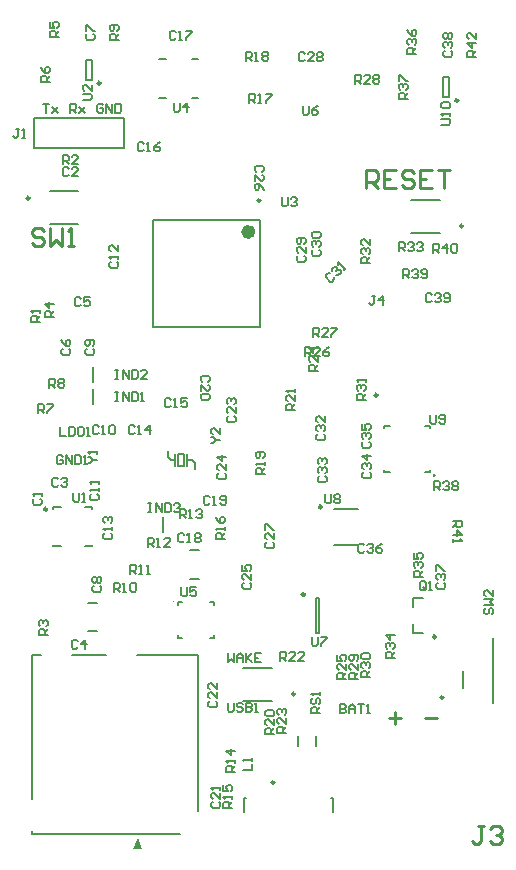
<source format=gto>
G04*
G04 #@! TF.GenerationSoftware,Altium Limited,Altium Designer,18.1.9 (240)*
G04*
G04 Layer_Color=65535*
%FSLAX25Y25*%
%MOIN*%
G70*
G01*
G75*
%ADD10C,0.02362*%
%ADD11C,0.00984*%
%ADD12C,0.00394*%
%ADD13C,0.01000*%
%ADD14C,0.00787*%
%ADD15C,0.00500*%
G36*
X43925Y1094D02*
X45500Y4701D01*
X47075Y1094D01*
X43925D01*
D02*
G37*
D10*
X83610Y206917D02*
G03*
X83610Y206917I-1181J0D01*
G01*
D11*
X86465Y217350D02*
G03*
X86465Y217350I-492J0D01*
G01*
X152406Y250736D02*
G03*
X152406Y250736I-492J0D01*
G01*
X33193Y256472D02*
G03*
X33193Y256472I-492J0D01*
G01*
X147484Y51736D02*
G03*
X147484Y51736I-492J0D01*
G01*
X15358Y114437D02*
G03*
X15358Y114437I-492J0D01*
G01*
X101268Y85988D02*
G03*
X101268Y85988I-492J0D01*
G01*
X144921Y71913D02*
G03*
X144921Y71913I-492J0D01*
G01*
X106929Y115193D02*
G03*
X106929Y115193I-492J0D01*
G01*
X154000Y208850D02*
G03*
X154000Y208850I-492J0D01*
G01*
X98000Y52850D02*
G03*
X98000Y52850I-492J0D01*
G01*
X9484Y218150D02*
G03*
X9484Y218150I-492J0D01*
G01*
X91171Y23354D02*
G03*
X91171Y23354I-492J0D01*
G01*
D12*
X67559Y251567D02*
G03*
X67559Y251567I-197J0D01*
G01*
X57520Y83602D02*
G03*
X57520Y83602I-197J0D01*
G01*
D13*
X125500Y152500D02*
G03*
X125500Y152500I-500J0D01*
G01*
X144410Y125631D02*
G03*
X144410Y125631I-141J0D01*
G01*
X129469Y44999D02*
X133467D01*
X131468Y46998D02*
Y43000D01*
X141465Y44999D02*
X145463D01*
X14299Y207198D02*
X13299Y208198D01*
X11300D01*
X10300Y207198D01*
Y206199D01*
X11300Y205199D01*
X13299D01*
X14299Y204199D01*
Y203200D01*
X13299Y202200D01*
X11300D01*
X10300Y203200D01*
X16298Y208198D02*
Y202200D01*
X18297Y204199D01*
X20297Y202200D01*
Y208198D01*
X22296Y202200D02*
X24295D01*
X23296D01*
Y208198D01*
X22296Y207198D01*
X121500Y221500D02*
Y227498D01*
X124499D01*
X125499Y226498D01*
Y224499D01*
X124499Y223499D01*
X121500D01*
X123499D02*
X125499Y221500D01*
X131497Y227498D02*
X127498D01*
Y221500D01*
X131497D01*
X127498Y224499D02*
X129497D01*
X137495Y226498D02*
X136495Y227498D01*
X134496D01*
X133496Y226498D01*
Y225499D01*
X134496Y224499D01*
X136495D01*
X137495Y223499D01*
Y222500D01*
X136495Y221500D01*
X134496D01*
X133496Y222500D01*
X143493Y227498D02*
X139494D01*
Y221500D01*
X143493D01*
X139494Y224499D02*
X141493D01*
X145492Y227498D02*
X149491D01*
X147492D01*
Y221500D01*
X160999Y8998D02*
X158999D01*
X159999D01*
Y4000D01*
X158999Y3000D01*
X158000D01*
X157000Y4000D01*
X162998Y7998D02*
X163998Y8998D01*
X165997D01*
X166997Y7998D01*
Y6999D01*
X165997Y5999D01*
X164997D01*
X165997D01*
X166997Y4999D01*
Y4000D01*
X165997Y3000D01*
X163998D01*
X162998Y4000D01*
D14*
X50539Y175028D02*
Y210854D01*
Y175028D02*
X86366D01*
Y210854D01*
X50539D02*
X86366D01*
X65787Y251567D02*
Y251665D01*
Y264461D02*
Y264559D01*
X52795Y251567D02*
Y251665D01*
Y264461D02*
Y264559D01*
X63721Y251567D02*
X65787D01*
X52795D02*
X54862D01*
X63721Y264559D02*
X65787D01*
X52795D02*
X54862D01*
X147484Y251917D02*
X149453D01*
X147484Y258610D02*
X149453D01*
Y251917D02*
Y258610D01*
X147484Y251917D02*
Y258610D01*
X28272Y257653D02*
X30240D01*
X28272Y264347D02*
X30240D01*
Y257653D02*
Y264347D01*
X28272Y257653D02*
Y264347D01*
X153882Y54689D02*
Y60594D01*
X164118Y49768D02*
Y71421D01*
X11000Y245000D02*
X41000D01*
X11000Y235000D02*
Y245000D01*
Y235000D02*
X41000D01*
Y245000D01*
X17425Y102035D02*
X19886D01*
X17425D02*
Y102528D01*
X27957Y102035D02*
X30417D01*
Y102528D01*
Y114535D02*
Y115028D01*
X27957D02*
X30417D01*
X17425D02*
X19886D01*
X17425Y114535D02*
Y115028D01*
X104910Y84709D02*
X106090D01*
X104910Y73291D02*
X106090D01*
X104910D02*
Y84709D01*
X106090Y73291D02*
Y84709D01*
X137244Y81756D02*
Y84905D01*
X140787D01*
X137244Y73094D02*
Y76244D01*
Y73094D02*
X140787D01*
X62925Y91276D02*
X66075D01*
X62925Y100724D02*
X66075D01*
X28925Y73776D02*
X32075D01*
X28925Y83224D02*
X32075D01*
X58898Y82520D02*
Y83602D01*
Y71398D02*
Y72480D01*
X71102Y82520D02*
Y83602D01*
Y71398D02*
Y72480D01*
X58898Y83602D02*
X60473D01*
X69528D02*
X71102D01*
X58898Y71398D02*
X60473D01*
X69528D02*
X71102D01*
X110866Y102398D02*
X119134D01*
X110866Y114602D02*
X119134D01*
X99047Y35575D02*
Y38724D01*
X104953Y35575D02*
Y38724D01*
X10441Y6079D02*
X59654D01*
X10441D02*
Y7260D01*
Y17890D02*
Y65921D01*
X13394D01*
X23630D02*
X35047D01*
X45283D02*
X65559D01*
Y13953D02*
Y65921D01*
X143146Y141421D02*
Y142209D01*
X141374D02*
X143146D01*
Y126854D02*
Y127642D01*
X141374Y126854D02*
X143146D01*
X127791Y141421D02*
Y142209D01*
X129563D01*
X127791Y126854D02*
Y127642D01*
Y126854D02*
X129563D01*
X136724Y206488D02*
X146276D01*
X136724Y217512D02*
X146276D01*
X80724Y50488D02*
X90276D01*
X80724Y61512D02*
X90276D01*
X16224Y220512D02*
X25776D01*
X16224Y209488D02*
X25776D01*
X110561Y13374D02*
Y18039D01*
X109970D02*
X110561D01*
X81033Y13374D02*
Y18039D01*
X81624D01*
D15*
X30500Y149500D02*
Y154500D01*
Y157000D02*
Y162000D01*
X54000Y107000D02*
Y112000D01*
X55500Y132000D02*
Y134000D01*
Y132000D02*
X56500Y131000D01*
X64500Y128000D02*
Y130000D01*
X63500Y131000D02*
X64500Y130000D01*
X56500Y131000D02*
X58000D01*
X62000D02*
X63500D01*
X58000Y129000D02*
Y133000D01*
X62000Y129000D02*
Y133000D01*
X59000Y129000D02*
X61000D01*
Y133000D01*
X59000D02*
X61000D01*
X59000Y129000D02*
Y133000D01*
X16319Y257000D02*
X13320D01*
Y258500D01*
X13820Y258999D01*
X14819D01*
X15319Y258500D01*
Y257000D01*
Y258000D02*
X16319Y258999D01*
X13320Y261998D02*
X13820Y260999D01*
X14819Y259999D01*
X15819D01*
X16319Y260499D01*
Y261498D01*
X15819Y261998D01*
X15319D01*
X14819Y261498D01*
Y259999D01*
X138469Y266264D02*
X135469D01*
Y267763D01*
X135969Y268263D01*
X136969D01*
X137469Y267763D01*
Y266264D01*
Y267263D02*
X138469Y268263D01*
X135969Y269263D02*
X135469Y269763D01*
Y270762D01*
X135969Y271262D01*
X136469D01*
X136969Y270762D01*
Y270263D01*
Y270762D01*
X137469Y271262D01*
X137969D01*
X138469Y270762D01*
Y269763D01*
X137969Y269263D01*
X135469Y274261D02*
X135969Y273261D01*
X136969Y272262D01*
X137969D01*
X138469Y272762D01*
Y273761D01*
X137969Y274261D01*
X137469D01*
X136969Y273761D01*
Y272262D01*
X81500Y263947D02*
Y266946D01*
X83000D01*
X83499Y266446D01*
Y265446D01*
X83000Y264947D01*
X81500D01*
X82500D02*
X83499Y263947D01*
X84499D02*
X85499D01*
X84999D01*
Y266946D01*
X84499Y266446D01*
X86998D02*
X87498Y266946D01*
X88498D01*
X88998Y266446D01*
Y265946D01*
X88498Y265446D01*
X88998Y264947D01*
Y264447D01*
X88498Y263947D01*
X87498D01*
X86998Y264447D01*
Y264947D01*
X87498Y265446D01*
X86998Y265946D01*
Y266446D01*
X87498Y265446D02*
X88498D01*
X82780Y250012D02*
Y253011D01*
X84279D01*
X84779Y252511D01*
Y251511D01*
X84279Y251011D01*
X82780D01*
X83779D02*
X84779Y250012D01*
X85779D02*
X86778D01*
X86278D01*
Y253011D01*
X85779Y252511D01*
X88278Y253011D02*
X90277D01*
Y252511D01*
X88278Y250512D01*
Y250012D01*
X14121Y249597D02*
X16121D01*
X15121D01*
Y246598D01*
X17121Y248597D02*
X19120Y246598D01*
X18120Y247598D01*
X19120Y248597D01*
X17121Y246598D01*
X23119D02*
Y249597D01*
X24618D01*
X25118Y249097D01*
Y248097D01*
X24618Y247598D01*
X23119D01*
X24118D02*
X25118Y246598D01*
X26118Y248597D02*
X28117Y246598D01*
X27117Y247598D01*
X28117Y248597D01*
X26118Y246598D01*
X34115Y249097D02*
X33615Y249597D01*
X32616D01*
X32116Y249097D01*
Y247098D01*
X32616Y246598D01*
X33615D01*
X34115Y247098D01*
Y248097D01*
X33115D01*
X35115Y246598D02*
Y249597D01*
X37114Y246598D01*
Y249597D01*
X38114D02*
Y246598D01*
X39613D01*
X40113Y247098D01*
Y249097D01*
X39613Y249597D01*
X38114D01*
X19256Y272000D02*
X16257D01*
Y273499D01*
X16757Y273999D01*
X17756D01*
X18256Y273499D01*
Y272000D01*
Y273000D02*
X19256Y273999D01*
X16257Y276998D02*
Y274999D01*
X17756D01*
X17257Y275999D01*
Y276499D01*
X17756Y276998D01*
X18756D01*
X19256Y276499D01*
Y275499D01*
X18756Y274999D01*
X135531Y251264D02*
X132533D01*
Y252763D01*
X133032Y253263D01*
X134032D01*
X134532Y252763D01*
Y251264D01*
Y252263D02*
X135531Y253263D01*
X133032Y254263D02*
X132533Y254763D01*
Y255762D01*
X133032Y256262D01*
X133532D01*
X134032Y255762D01*
Y255262D01*
Y255762D01*
X134532Y256262D01*
X135032D01*
X135531Y255762D01*
Y254763D01*
X135032Y254263D01*
X132533Y257262D02*
Y259261D01*
X133032D01*
X135032Y257262D01*
X135531D01*
X147938Y267263D02*
X147438Y266763D01*
Y265764D01*
X147938Y265264D01*
X149937D01*
X150437Y265764D01*
Y266763D01*
X149937Y267263D01*
X147938Y268263D02*
X147438Y268763D01*
Y269762D01*
X147938Y270262D01*
X148438D01*
X148937Y269762D01*
Y269262D01*
Y269762D01*
X149437Y270262D01*
X149937D01*
X150437Y269762D01*
Y268763D01*
X149937Y268263D01*
X147938Y271262D02*
X147438Y271762D01*
Y272761D01*
X147938Y273261D01*
X148438D01*
X148937Y272761D01*
X149437Y273261D01*
X149937D01*
X150437Y272761D01*
Y271762D01*
X149937Y271262D01*
X149437D01*
X148937Y271762D01*
X148438Y271262D01*
X147938D01*
X148937Y271762D02*
Y272761D01*
X158468Y265264D02*
X155470D01*
Y266763D01*
X155969Y267263D01*
X156969D01*
X157469Y266763D01*
Y265264D01*
Y266263D02*
X158468Y267263D01*
Y269762D02*
X155470D01*
X156969Y268263D01*
Y270262D01*
X158468Y273261D02*
Y271262D01*
X156469Y273261D01*
X155969D01*
X155470Y272761D01*
Y271762D01*
X155969Y271262D01*
X146787Y242535D02*
X149286D01*
X149786Y243035D01*
Y244035D01*
X149286Y244535D01*
X146787D01*
X149786Y245534D02*
Y246534D01*
Y246034D01*
X146787D01*
X147286Y245534D01*
Y248034D02*
X146787Y248534D01*
Y249533D01*
X147286Y250033D01*
X149286D01*
X149786Y249533D01*
Y248534D01*
X149286Y248034D01*
X147286D01*
X27257Y251000D02*
X29756D01*
X30256Y251500D01*
Y252500D01*
X29756Y252999D01*
X27257D01*
X30256Y255998D02*
Y253999D01*
X28257Y255998D01*
X27757D01*
X27257Y255499D01*
Y254499D01*
X27757Y253999D01*
X39256Y271000D02*
X36257D01*
Y272499D01*
X36757Y272999D01*
X37756D01*
X38256Y272499D01*
Y271000D01*
Y272000D02*
X39256Y272999D01*
X38756Y273999D02*
X39256Y274499D01*
Y275499D01*
X38756Y275998D01*
X36757D01*
X36257Y275499D01*
Y274499D01*
X36757Y273999D01*
X37257D01*
X37756Y274499D01*
Y275998D01*
X28725Y272999D02*
X28225Y272499D01*
Y271500D01*
X28725Y271000D01*
X30725D01*
X31224Y271500D01*
Y272499D01*
X30725Y272999D01*
X28225Y273999D02*
Y275998D01*
X28725D01*
X30725Y273999D01*
X31224D01*
X100500Y249011D02*
Y246512D01*
X101000Y246012D01*
X102000D01*
X102499Y246512D01*
Y249011D01*
X105499D02*
X104499Y248511D01*
X103499Y247511D01*
Y246512D01*
X103999Y246012D01*
X104999D01*
X105499Y246512D01*
Y247011D01*
X104999Y247511D01*
X103499D01*
X57581Y249999D02*
Y247500D01*
X58081Y247000D01*
X59081D01*
X59581Y247500D01*
Y249999D01*
X62080Y247000D02*
Y249999D01*
X60580Y248499D01*
X62580D01*
X118000Y256327D02*
Y259326D01*
X119500D01*
X120000Y258826D01*
Y257826D01*
X119500Y257326D01*
X118000D01*
X119000D02*
X120000Y256327D01*
X122999D02*
X120999D01*
X122999Y258326D01*
Y258826D01*
X122499Y259326D01*
X121499D01*
X120999Y258826D01*
X123998D02*
X124498Y259326D01*
X125498D01*
X125998Y258826D01*
Y258326D01*
X125498Y257826D01*
X125998Y257326D01*
Y256827D01*
X125498Y256327D01*
X124498D01*
X123998Y256827D01*
Y257326D01*
X124498Y257826D01*
X123998Y258326D01*
Y258826D01*
X124498Y257826D02*
X125498D01*
X101204Y266349D02*
X100704Y266849D01*
X99705D01*
X99205Y266349D01*
Y264350D01*
X99705Y263850D01*
X100704D01*
X101204Y264350D01*
X104203Y263850D02*
X102204D01*
X104203Y265850D01*
Y266349D01*
X103703Y266849D01*
X102704D01*
X102204Y266349D01*
X105203D02*
X105703Y266849D01*
X106702D01*
X107202Y266349D01*
Y265850D01*
X106702Y265350D01*
X107202Y264850D01*
Y264350D01*
X106702Y263850D01*
X105703D01*
X105203Y264350D01*
Y264850D01*
X105703Y265350D01*
X105203Y265850D01*
Y266349D01*
X105703Y265350D02*
X106702D01*
X58317Y273499D02*
X57818Y273999D01*
X56818D01*
X56318Y273499D01*
Y271500D01*
X56818Y271000D01*
X57818D01*
X58317Y271500D01*
X59317Y271000D02*
X60317D01*
X59817D01*
Y273999D01*
X59317Y273499D01*
X61816Y273999D02*
X63816D01*
Y273499D01*
X61816Y271500D01*
Y271000D01*
X75801Y145399D02*
X75301Y144899D01*
Y143900D01*
X75801Y143400D01*
X77800D01*
X78300Y143900D01*
Y144899D01*
X77800Y145399D01*
X78300Y148398D02*
Y146399D01*
X76301Y148398D01*
X75801D01*
X75301Y147899D01*
Y146899D01*
X75801Y146399D01*
Y149398D02*
X75301Y149898D01*
Y150898D01*
X75801Y151397D01*
X76301D01*
X76801Y150898D01*
Y150398D01*
Y150898D01*
X77300Y151397D01*
X77800D01*
X78300Y150898D01*
Y149898D01*
X77800Y149398D01*
X93500Y218499D02*
Y216000D01*
X94000Y215500D01*
X94999D01*
X95499Y216000D01*
Y218499D01*
X96499Y217999D02*
X96999Y218499D01*
X97999D01*
X98498Y217999D01*
Y217499D01*
X97999Y217000D01*
X97499D01*
X97999D01*
X98498Y216500D01*
Y216000D01*
X97999Y215500D01*
X96999D01*
X96499Y216000D01*
X75500Y49999D02*
Y47500D01*
X76000Y47000D01*
X76999D01*
X77499Y47500D01*
Y49999D01*
X80498Y49499D02*
X79999Y49999D01*
X78999D01*
X78499Y49499D01*
Y48999D01*
X78999Y48500D01*
X79999D01*
X80498Y48000D01*
Y47500D01*
X79999Y47000D01*
X78999D01*
X78499Y47500D01*
X81498Y49999D02*
Y47000D01*
X82998D01*
X83497Y47500D01*
Y48000D01*
X82998Y48500D01*
X81498D01*
X82998D01*
X83497Y48999D01*
Y49499D01*
X82998Y49999D01*
X81498D01*
X84497Y47000D02*
X85497D01*
X84997D01*
Y49999D01*
X84497Y49499D01*
X19500Y141999D02*
Y139000D01*
X21499D01*
X22499Y141999D02*
Y139000D01*
X23999D01*
X24498Y139500D01*
Y141499D01*
X23999Y141999D01*
X22499D01*
X26998D02*
X25998D01*
X25498Y141499D01*
Y139500D01*
X25998Y139000D01*
X26998D01*
X27497Y139500D01*
Y141499D01*
X26998Y141999D01*
X28497Y139000D02*
X29497D01*
X28997D01*
Y141999D01*
X28497Y141499D01*
X20499Y131999D02*
X19999Y132499D01*
X19000D01*
X18500Y131999D01*
Y130000D01*
X19000Y129500D01*
X19999D01*
X20499Y130000D01*
Y131000D01*
X19500D01*
X21499Y129500D02*
Y132499D01*
X23498Y129500D01*
Y132499D01*
X24498D02*
Y129500D01*
X25998D01*
X26497Y130000D01*
Y131999D01*
X25998Y132499D01*
X24498D01*
X27497Y129500D02*
X28497D01*
X27997D01*
Y132499D01*
X27497Y131999D01*
X112835Y49499D02*
Y46500D01*
X114334D01*
X114834Y47000D01*
Y47500D01*
X114334Y48000D01*
X112835D01*
X114334D01*
X114834Y48499D01*
Y48999D01*
X114334Y49499D01*
X112835D01*
X115834Y46500D02*
Y48499D01*
X116833Y49499D01*
X117833Y48499D01*
Y46500D01*
Y48000D01*
X115834D01*
X118833Y49499D02*
X120832D01*
X119832D01*
Y46500D01*
X121832D02*
X122831D01*
X122332D01*
Y49499D01*
X121832Y48999D01*
X106437Y46500D02*
X103438D01*
Y48000D01*
X103938Y48499D01*
X104938D01*
X105437Y48000D01*
Y46500D01*
Y47500D02*
X106437Y48499D01*
X103938Y51498D02*
X103438Y50999D01*
Y49999D01*
X103938Y49499D01*
X104438D01*
X104938Y49999D01*
Y50999D01*
X105437Y51498D01*
X105937D01*
X106437Y50999D01*
Y49999D01*
X105937Y49499D01*
X106437Y52498D02*
Y53498D01*
Y52998D01*
X103438D01*
X103938Y52498D01*
X80501Y27500D02*
X83500D01*
Y29499D01*
Y30499D02*
Y31499D01*
Y30999D01*
X80501D01*
X81001Y30499D01*
X24000Y119999D02*
Y117500D01*
X24500Y117000D01*
X25499D01*
X25999Y117500D01*
Y119999D01*
X26999Y117000D02*
X27999D01*
X27499D01*
Y119999D01*
X26999Y119499D01*
X60000Y88499D02*
Y86000D01*
X60500Y85500D01*
X61500D01*
X61999Y86000D01*
Y88499D01*
X64998D02*
X62999D01*
Y86999D01*
X63999Y87499D01*
X64499D01*
X64998Y86999D01*
Y86000D01*
X64499Y85500D01*
X63499D01*
X62999Y86000D01*
X29001Y130000D02*
X29501D01*
X30501Y131000D01*
X29501Y131999D01*
X29001D01*
X30501Y131000D02*
X32000D01*
Y132999D02*
Y133999D01*
Y133499D01*
X29001D01*
X29501Y132999D01*
X70001Y136500D02*
X70501D01*
X71500Y137500D01*
X70501Y138499D01*
X70001D01*
X71500Y137500D02*
X73000D01*
Y141498D02*
Y139499D01*
X71001Y141498D01*
X70501D01*
X70001Y140999D01*
Y139999D01*
X70501Y139499D01*
X75500Y66499D02*
Y63500D01*
X76500Y64500D01*
X77499Y63500D01*
Y66499D01*
X78499Y63500D02*
Y65499D01*
X79499Y66499D01*
X80498Y65499D01*
Y63500D01*
Y65000D01*
X78499D01*
X81498Y66499D02*
Y63500D01*
Y64500D01*
X83497Y66499D01*
X81998Y65000D01*
X83497Y63500D01*
X86496Y66499D02*
X84497D01*
Y63500D01*
X86496D01*
X84497Y65000D02*
X85497D01*
X143000Y145999D02*
Y143500D01*
X143500Y143000D01*
X144500D01*
X144999Y143500D01*
Y145999D01*
X145999Y143500D02*
X146499Y143000D01*
X147499D01*
X147998Y143500D01*
Y145499D01*
X147499Y145999D01*
X146499D01*
X145999Y145499D01*
Y144999D01*
X146499Y144500D01*
X147998D01*
X103500Y71999D02*
Y69500D01*
X104000Y69000D01*
X104999D01*
X105499Y69500D01*
Y71999D01*
X106499D02*
X108498D01*
Y71499D01*
X106499Y69500D01*
Y69000D01*
X108000Y119499D02*
Y117000D01*
X108500Y116500D01*
X109500D01*
X109999Y117000D01*
Y119499D01*
X110999Y118999D02*
X111499Y119499D01*
X112499D01*
X112998Y118999D01*
Y118499D01*
X112499Y117999D01*
X112998Y117500D01*
Y117000D01*
X112499Y116500D01*
X111499D01*
X110999Y117000D01*
Y117500D01*
X111499Y117999D01*
X110999Y118499D01*
Y118999D01*
X111499Y117999D02*
X112499D01*
X78000Y27000D02*
X75001D01*
Y28499D01*
X75501Y28999D01*
X76500D01*
X77000Y28499D01*
Y27000D01*
Y28000D02*
X78000Y28999D01*
Y29999D02*
Y30999D01*
Y30499D01*
X75001D01*
X75501Y29999D01*
X78000Y33998D02*
X75001D01*
X76500Y32498D01*
Y34498D01*
X20500Y229500D02*
Y232499D01*
X22000D01*
X22499Y231999D01*
Y230999D01*
X22000Y230500D01*
X20500D01*
X21500D02*
X22499Y229500D01*
X25498D02*
X23499D01*
X25498Y231499D01*
Y231999D01*
X24999Y232499D01*
X23999D01*
X23499Y231999D01*
X16000Y155000D02*
Y157999D01*
X17500D01*
X17999Y157499D01*
Y156500D01*
X17500Y156000D01*
X16000D01*
X17000D02*
X17999Y155000D01*
X18999Y157499D02*
X19499Y157999D01*
X20499D01*
X20998Y157499D01*
Y156999D01*
X20499Y156500D01*
X20998Y156000D01*
Y155500D01*
X20499Y155000D01*
X19499D01*
X18999Y155500D01*
Y156000D01*
X19499Y156500D01*
X18999Y156999D01*
Y157499D01*
X19499Y156500D02*
X20499D01*
X12468Y146500D02*
Y149499D01*
X13968D01*
X14468Y148999D01*
Y148000D01*
X13968Y147500D01*
X12468D01*
X13468D02*
X14468Y146500D01*
X15468Y149499D02*
X17467D01*
Y148999D01*
X15468Y147000D01*
Y146500D01*
X17500Y178500D02*
X14501D01*
Y179999D01*
X15001Y180499D01*
X16001D01*
X16500Y179999D01*
Y178500D01*
Y179500D02*
X17500Y180499D01*
Y182999D02*
X14501D01*
X16001Y181499D01*
Y183498D01*
X13000Y177000D02*
X10001D01*
Y178499D01*
X10501Y178999D01*
X11501D01*
X12000Y178499D01*
Y177000D01*
Y178000D02*
X13000Y178999D01*
Y179999D02*
Y180999D01*
Y180499D01*
X10001D01*
X10501Y179999D01*
X121500Y151000D02*
X118501D01*
Y152499D01*
X119001Y152999D01*
X120001D01*
X120500Y152499D01*
Y151000D01*
Y152000D02*
X121500Y152999D01*
X119001Y153999D02*
X118501Y154499D01*
Y155499D01*
X119001Y155998D01*
X119501D01*
X120001Y155499D01*
Y154999D01*
Y155499D01*
X120500Y155998D01*
X121000D01*
X121500Y155499D01*
Y154499D01*
X121000Y153999D01*
X121500Y156998D02*
Y157998D01*
Y157498D01*
X118501D01*
X119001Y156998D01*
X43000Y93000D02*
Y95999D01*
X44499D01*
X44999Y95499D01*
Y94499D01*
X44499Y94000D01*
X43000D01*
X44000D02*
X44999Y93000D01*
X45999D02*
X46999D01*
X46499D01*
Y95999D01*
X45999Y95499D01*
X48498Y93000D02*
X49498D01*
X48998D01*
Y95999D01*
X48498Y95499D01*
X15500Y72500D02*
X12501D01*
Y74000D01*
X13001Y74499D01*
X14001D01*
X14500Y74000D01*
Y72500D01*
Y73500D02*
X15500Y74499D01*
X13001Y75499D02*
X12501Y75999D01*
Y76999D01*
X13001Y77498D01*
X13501D01*
X14001Y76999D01*
Y76499D01*
Y76999D01*
X14500Y77498D01*
X15000D01*
X15500Y76999D01*
Y75999D01*
X15000Y75499D01*
X48968Y102000D02*
Y104999D01*
X50468D01*
X50968Y104499D01*
Y103499D01*
X50468Y103000D01*
X48968D01*
X49968D02*
X50968Y102000D01*
X51968D02*
X52967D01*
X52467D01*
Y104999D01*
X51968Y104499D01*
X56466Y102000D02*
X54467D01*
X56466Y103999D01*
Y104499D01*
X55966Y104999D01*
X54967D01*
X54467Y104499D01*
X37500Y87000D02*
Y89999D01*
X39000D01*
X39499Y89499D01*
Y88499D01*
X39000Y88000D01*
X37500D01*
X38500D02*
X39499Y87000D01*
X40499D02*
X41499D01*
X40999D01*
Y89999D01*
X40499Y89499D01*
X42998D02*
X43498Y89999D01*
X44498D01*
X44998Y89499D01*
Y87500D01*
X44498Y87000D01*
X43498D01*
X42998Y87500D01*
Y89499D01*
X105500Y160531D02*
X102501D01*
Y162031D01*
X103001Y162531D01*
X104000D01*
X104500Y162031D01*
Y160531D01*
Y161531D02*
X105500Y162531D01*
Y165530D02*
Y163531D01*
X103501Y165530D01*
X103001D01*
X102501Y165030D01*
Y164030D01*
X103001Y163531D01*
X105500Y168029D02*
X102501D01*
X104000Y166530D01*
Y168529D01*
X98000Y147500D02*
X95001D01*
Y149000D01*
X95501Y149499D01*
X96500D01*
X97000Y149000D01*
Y147500D01*
Y148500D02*
X98000Y149499D01*
Y152498D02*
Y150499D01*
X96001Y152498D01*
X95501D01*
X95001Y151999D01*
Y150999D01*
X95501Y150499D01*
X98000Y153498D02*
Y154498D01*
Y153998D01*
X95001D01*
X95501Y153498D01*
X93000Y64000D02*
Y66999D01*
X94499D01*
X94999Y66499D01*
Y65500D01*
X94499Y65000D01*
X93000D01*
X94000D02*
X94999Y64000D01*
X97998D02*
X95999D01*
X97998Y65999D01*
Y66499D01*
X97499Y66999D01*
X96499D01*
X95999Y66499D01*
X100997Y64000D02*
X98998D01*
X100997Y65999D01*
Y66499D01*
X100498Y66999D01*
X99498D01*
X98998Y66499D01*
X77000Y15000D02*
X74001D01*
Y16499D01*
X74501Y16999D01*
X75501D01*
X76000Y16499D01*
Y15000D01*
Y16000D02*
X77000Y16999D01*
Y17999D02*
Y18999D01*
Y18499D01*
X74001D01*
X74501Y17999D01*
X74001Y22498D02*
Y20498D01*
X75501D01*
X75001Y21498D01*
Y21998D01*
X75501Y22498D01*
X76500D01*
X77000Y21998D01*
Y20998D01*
X76500Y20498D01*
X74500Y104500D02*
X71501D01*
Y106000D01*
X72001Y106499D01*
X73001D01*
X73500Y106000D01*
Y104500D01*
Y105500D02*
X74500Y106499D01*
Y107499D02*
Y108499D01*
Y107999D01*
X71501D01*
X72001Y107499D01*
X71501Y111998D02*
X72001Y110998D01*
X73001Y109998D01*
X74000D01*
X74500Y110498D01*
Y111498D01*
X74000Y111998D01*
X73500D01*
X73001Y111498D01*
Y109998D01*
X144400Y120800D02*
Y123799D01*
X145899D01*
X146399Y123299D01*
Y122300D01*
X145899Y121800D01*
X144400D01*
X145400D02*
X146399Y120800D01*
X147399Y123299D02*
X147899Y123799D01*
X148899D01*
X149398Y123299D01*
Y122799D01*
X148899Y122300D01*
X148399D01*
X148899D01*
X149398Y121800D01*
Y121300D01*
X148899Y120800D01*
X147899D01*
X147399Y121300D01*
X150398Y123299D02*
X150898Y123799D01*
X151898D01*
X152397Y123299D01*
Y122799D01*
X151898Y122300D01*
X152397Y121800D01*
Y121300D01*
X151898Y120800D01*
X150898D01*
X150398Y121300D01*
Y121800D01*
X150898Y122300D01*
X150398Y122799D01*
Y123299D01*
X150898Y122300D02*
X151898D01*
X140500Y92000D02*
X137501D01*
Y93499D01*
X138001Y93999D01*
X139000D01*
X139500Y93499D01*
Y92000D01*
Y93000D02*
X140500Y93999D01*
X138001Y94999D02*
X137501Y95499D01*
Y96499D01*
X138001Y96998D01*
X138501D01*
X139000Y96499D01*
Y95999D01*
Y96499D01*
X139500Y96998D01*
X140000D01*
X140500Y96499D01*
Y95499D01*
X140000Y94999D01*
X137501Y99997D02*
Y97998D01*
X139000D01*
X138501Y98998D01*
Y99498D01*
X139000Y99997D01*
X140000D01*
X140500Y99498D01*
Y98498D01*
X140000Y97998D01*
X87937Y126063D02*
X84938D01*
Y127562D01*
X85438Y128062D01*
X86437D01*
X86937Y127562D01*
Y126063D01*
Y127063D02*
X87937Y128062D01*
Y129062D02*
Y130062D01*
Y129562D01*
X84938D01*
X85438Y129062D01*
X87437Y131561D02*
X87937Y132061D01*
Y133061D01*
X87437Y133561D01*
X85438D01*
X84938Y133061D01*
Y132061D01*
X85438Y131561D01*
X85938D01*
X86437Y132061D01*
Y133561D01*
X131219Y65000D02*
X128220D01*
Y66500D01*
X128720Y66999D01*
X129719D01*
X130219Y66500D01*
Y65000D01*
Y66000D02*
X131219Y66999D01*
X128720Y67999D02*
X128220Y68499D01*
Y69499D01*
X128720Y69998D01*
X129219D01*
X129719Y69499D01*
Y68999D01*
Y69499D01*
X130219Y69998D01*
X130719D01*
X131219Y69499D01*
Y68499D01*
X130719Y67999D01*
X131219Y72498D02*
X128220D01*
X129719Y70998D01*
Y72997D01*
X95000Y40000D02*
X92001D01*
Y41500D01*
X92501Y41999D01*
X93501D01*
X94000Y41500D01*
Y40000D01*
Y41000D02*
X95000Y41999D01*
Y44998D02*
Y42999D01*
X93001Y44998D01*
X92501D01*
X92001Y44499D01*
Y43499D01*
X92501Y42999D01*
Y45998D02*
X92001Y46498D01*
Y47498D01*
X92501Y47997D01*
X93001D01*
X93501Y47498D01*
Y46998D01*
Y47498D01*
X94000Y47997D01*
X94500D01*
X95000Y47498D01*
Y46498D01*
X94500Y45998D01*
X91000Y39500D02*
X88001D01*
Y40999D01*
X88501Y41499D01*
X89500D01*
X90000Y40999D01*
Y39500D01*
Y40500D02*
X91000Y41499D01*
Y44498D02*
Y42499D01*
X89001Y44498D01*
X88501D01*
X88001Y43999D01*
Y42999D01*
X88501Y42499D01*
Y45498D02*
X88001Y45998D01*
Y46998D01*
X88501Y47497D01*
X90500D01*
X91000Y46998D01*
Y45998D01*
X90500Y45498D01*
X88501D01*
X123000Y196500D02*
X120001D01*
Y198000D01*
X120501Y198499D01*
X121501D01*
X122000Y198000D01*
Y196500D01*
Y197500D02*
X123000Y198499D01*
X120501Y199499D02*
X120001Y199999D01*
Y200999D01*
X120501Y201498D01*
X121001D01*
X121501Y200999D01*
Y200499D01*
Y200999D01*
X122000Y201498D01*
X122500D01*
X123000Y200999D01*
Y199999D01*
X122500Y199499D01*
X123000Y204497D02*
Y202498D01*
X121001Y204497D01*
X120501D01*
X120001Y203998D01*
Y202998D01*
X120501Y202498D01*
X101469Y165500D02*
Y168499D01*
X102968D01*
X103468Y167999D01*
Y166999D01*
X102968Y166500D01*
X101469D01*
X102468D02*
X103468Y165500D01*
X106467D02*
X104467D01*
X106467Y167499D01*
Y167999D01*
X105967Y168499D01*
X104967D01*
X104467Y167999D01*
X109466Y168499D02*
X108466Y167999D01*
X107467Y166999D01*
Y166000D01*
X107966Y165500D01*
X108966D01*
X109466Y166000D01*
Y166500D01*
X108966Y166999D01*
X107467D01*
X104000Y172000D02*
Y174999D01*
X105499D01*
X105999Y174499D01*
Y173500D01*
X105499Y173000D01*
X104000D01*
X105000D02*
X105999Y172000D01*
X108998D02*
X106999D01*
X108998Y173999D01*
Y174499D01*
X108499Y174999D01*
X107499D01*
X106999Y174499D01*
X109998Y174999D02*
X111997D01*
Y174499D01*
X109998Y172500D01*
Y172000D01*
X150500Y110500D02*
X153499D01*
Y109001D01*
X152999Y108501D01*
X151999D01*
X151500Y109001D01*
Y110500D01*
Y109500D02*
X150500Y108501D01*
Y106001D02*
X153499D01*
X151999Y107501D01*
Y105502D01*
X150500Y104502D02*
Y103502D01*
Y104002D01*
X153499D01*
X152999Y104502D01*
X132500Y200500D02*
Y203499D01*
X134000D01*
X134499Y202999D01*
Y201999D01*
X134000Y201500D01*
X132500D01*
X133500D02*
X134499Y200500D01*
X135499Y202999D02*
X135999Y203499D01*
X136999D01*
X137498Y202999D01*
Y202499D01*
X136999Y201999D01*
X136499D01*
X136999D01*
X137498Y201500D01*
Y201000D01*
X136999Y200500D01*
X135999D01*
X135499Y201000D01*
X138498Y202999D02*
X138998Y203499D01*
X139998D01*
X140497Y202999D01*
Y202499D01*
X139998Y201999D01*
X139498D01*
X139998D01*
X140497Y201500D01*
Y201000D01*
X139998Y200500D01*
X138998D01*
X138498Y201000D01*
X115000Y58000D02*
X112001D01*
Y59500D01*
X112501Y59999D01*
X113500D01*
X114000Y59500D01*
Y58000D01*
Y59000D02*
X115000Y59999D01*
Y62998D02*
Y60999D01*
X113001Y62998D01*
X112501D01*
X112001Y62499D01*
Y61499D01*
X112501Y60999D01*
X112001Y65997D02*
Y63998D01*
X113500D01*
X113001Y64998D01*
Y65498D01*
X113500Y65997D01*
X114500D01*
X115000Y65498D01*
Y64498D01*
X114500Y63998D01*
X119000Y58000D02*
X116001D01*
Y59500D01*
X116501Y59999D01*
X117500D01*
X118000Y59500D01*
Y58000D01*
Y59000D02*
X119000Y59999D01*
Y62998D02*
Y60999D01*
X117001Y62998D01*
X116501D01*
X116001Y62499D01*
Y61499D01*
X116501Y60999D01*
X118500Y63998D02*
X119000Y64498D01*
Y65498D01*
X118500Y65997D01*
X116501D01*
X116001Y65498D01*
Y64498D01*
X116501Y63998D01*
X117001D01*
X117500Y64498D01*
Y65997D01*
X123000Y58500D02*
X120001D01*
Y60000D01*
X120501Y60499D01*
X121501D01*
X122000Y60000D01*
Y58500D01*
Y59500D02*
X123000Y60499D01*
X120501Y61499D02*
X120001Y61999D01*
Y62999D01*
X120501Y63498D01*
X121001D01*
X121501Y62999D01*
Y62499D01*
Y62999D01*
X122000Y63498D01*
X122500D01*
X123000Y62999D01*
Y61999D01*
X122500Y61499D01*
X120501Y64498D02*
X120001Y64998D01*
Y65998D01*
X120501Y66497D01*
X122500D01*
X123000Y65998D01*
Y64998D01*
X122500Y64498D01*
X120501D01*
X144000Y200000D02*
Y202999D01*
X145500D01*
X145999Y202499D01*
Y201500D01*
X145500Y201000D01*
X144000D01*
X145000D02*
X145999Y200000D01*
X148499D02*
Y202999D01*
X146999Y201500D01*
X148998D01*
X149998Y202499D02*
X150498Y202999D01*
X151498D01*
X151997Y202499D01*
Y200500D01*
X151498Y200000D01*
X150498D01*
X149998Y200500D01*
Y202499D01*
X134000Y191500D02*
Y194499D01*
X135500D01*
X135999Y193999D01*
Y192999D01*
X135500Y192500D01*
X134000D01*
X135000D02*
X135999Y191500D01*
X136999Y193999D02*
X137499Y194499D01*
X138499D01*
X138998Y193999D01*
Y193499D01*
X138499Y192999D01*
X137999D01*
X138499D01*
X138998Y192500D01*
Y192000D01*
X138499Y191500D01*
X137499D01*
X136999Y192000D01*
X139998D02*
X140498Y191500D01*
X141498D01*
X141997Y192000D01*
Y193999D01*
X141498Y194499D01*
X140498D01*
X139998Y193999D01*
Y193499D01*
X140498Y192999D01*
X141997D01*
X141499Y88000D02*
Y89999D01*
X140999Y90499D01*
X140000D01*
X139500Y89999D01*
Y88000D01*
X140000Y87500D01*
X140999D01*
X140500Y88500D02*
X141499Y87500D01*
X140999D02*
X141499Y88000D01*
X142499Y87500D02*
X143499D01*
X142999D01*
Y90499D01*
X142499Y89999D01*
X5999Y241342D02*
X5000D01*
X5500D01*
Y238843D01*
X5000Y238343D01*
X4500D01*
X4000Y238843D01*
X6999Y238343D02*
X7999D01*
X7499D01*
Y241342D01*
X6999Y240842D01*
X124799Y185599D02*
X123800D01*
X124300D01*
Y183100D01*
X123800Y182600D01*
X123300D01*
X122800Y183100D01*
X127299Y182600D02*
Y185599D01*
X125799Y184100D01*
X127798D01*
X38000Y160999D02*
X39000D01*
X38500D01*
Y158000D01*
X38000D01*
X39000D01*
X40499D02*
Y160999D01*
X42498Y158000D01*
Y160999D01*
X43498D02*
Y158000D01*
X44998D01*
X45498Y158500D01*
Y160499D01*
X44998Y160999D01*
X43498D01*
X48497Y158000D02*
X46497D01*
X48497Y159999D01*
Y160499D01*
X47997Y160999D01*
X46997D01*
X46497Y160499D01*
X38000Y153499D02*
X39000D01*
X38500D01*
Y150500D01*
X38000D01*
X39000D01*
X40499D02*
Y153499D01*
X42498Y150500D01*
Y153499D01*
X43498D02*
Y150500D01*
X44998D01*
X45498Y151000D01*
Y152999D01*
X44998Y153499D01*
X43498D01*
X46497Y150500D02*
X47497D01*
X46997D01*
Y153499D01*
X46497Y152999D01*
X69501Y50499D02*
X69001Y49999D01*
Y49000D01*
X69501Y48500D01*
X71500D01*
X72000Y49000D01*
Y49999D01*
X71500Y50499D01*
X72000Y53498D02*
Y51499D01*
X70001Y53498D01*
X69501D01*
X69001Y52999D01*
Y51999D01*
X69501Y51499D01*
X72000Y56497D02*
Y54498D01*
X70001Y56497D01*
X69501D01*
X69001Y55998D01*
Y54998D01*
X69501Y54498D01*
X22499Y227999D02*
X22000Y228499D01*
X21000D01*
X20500Y227999D01*
Y226000D01*
X21000Y225500D01*
X22000D01*
X22499Y226000D01*
X25498Y225500D02*
X23499D01*
X25498Y227499D01*
Y227999D01*
X24999Y228499D01*
X23999D01*
X23499Y227999D01*
X105501Y139499D02*
X105001Y138999D01*
Y138000D01*
X105501Y137500D01*
X107500D01*
X108000Y138000D01*
Y138999D01*
X107500Y139499D01*
X105501Y140499D02*
X105001Y140999D01*
Y141999D01*
X105501Y142498D01*
X106001D01*
X106500Y141999D01*
Y141499D01*
Y141999D01*
X107000Y142498D01*
X107500D01*
X108000Y141999D01*
Y140999D01*
X107500Y140499D01*
X108000Y145497D02*
Y143498D01*
X106001Y145497D01*
X105501D01*
X105001Y144998D01*
Y143998D01*
X105501Y143498D01*
X120801Y136899D02*
X120301Y136399D01*
Y135400D01*
X120801Y134900D01*
X122800D01*
X123300Y135400D01*
Y136399D01*
X122800Y136899D01*
X120801Y137899D02*
X120301Y138399D01*
Y139399D01*
X120801Y139898D01*
X121301D01*
X121800Y139399D01*
Y138899D01*
Y139399D01*
X122300Y139898D01*
X122800D01*
X123300Y139399D01*
Y138399D01*
X122800Y137899D01*
X120301Y142897D02*
Y140898D01*
X121800D01*
X121301Y141898D01*
Y142398D01*
X121800Y142897D01*
X122800D01*
X123300Y142398D01*
Y141398D01*
X122800Y140898D01*
X120901Y126699D02*
X120401Y126199D01*
Y125200D01*
X120901Y124700D01*
X122900D01*
X123400Y125200D01*
Y126199D01*
X122900Y126699D01*
X120901Y127699D02*
X120401Y128199D01*
Y129199D01*
X120901Y129698D01*
X121401D01*
X121900Y129199D01*
Y128699D01*
Y129199D01*
X122400Y129698D01*
X122900D01*
X123400Y129199D01*
Y128199D01*
X122900Y127699D01*
X123400Y132198D02*
X120401D01*
X121900Y130698D01*
Y132697D01*
X106001Y125499D02*
X105501Y124999D01*
Y124000D01*
X106001Y123500D01*
X108000D01*
X108500Y124000D01*
Y124999D01*
X108000Y125499D01*
X106001Y126499D02*
X105501Y126999D01*
Y127999D01*
X106001Y128498D01*
X106501D01*
X107001Y127999D01*
Y127499D01*
Y127999D01*
X107500Y128498D01*
X108000D01*
X108500Y127999D01*
Y126999D01*
X108000Y126499D01*
X106001Y129498D02*
X105501Y129998D01*
Y130998D01*
X106001Y131497D01*
X106501D01*
X107001Y130998D01*
Y130498D01*
Y130998D01*
X107500Y131497D01*
X108000D01*
X108500Y130998D01*
Y129998D01*
X108000Y129498D01*
X34501Y106499D02*
X34001Y106000D01*
Y105000D01*
X34501Y104500D01*
X36500D01*
X37000Y105000D01*
Y106000D01*
X36500Y106499D01*
X37000Y107499D02*
Y108499D01*
Y107999D01*
X34001D01*
X34501Y107499D01*
Y109998D02*
X34001Y110498D01*
Y111498D01*
X34501Y111998D01*
X35001D01*
X35500Y111498D01*
Y110998D01*
Y111498D01*
X36000Y111998D01*
X36500D01*
X37000Y111498D01*
Y110498D01*
X36500Y109998D01*
X30001Y119499D02*
X29501Y119000D01*
Y118000D01*
X30001Y117500D01*
X32000D01*
X32500Y118000D01*
Y119000D01*
X32000Y119499D01*
X32500Y120499D02*
Y121499D01*
Y120999D01*
X29501D01*
X30001Y120499D01*
X32500Y122998D02*
Y123998D01*
Y123498D01*
X29501D01*
X30001Y122998D01*
X18999Y124499D02*
X18499Y124999D01*
X17500D01*
X17000Y124499D01*
Y122500D01*
X17500Y122000D01*
X18499D01*
X18999Y122500D01*
X19999Y124499D02*
X20499Y124999D01*
X21499D01*
X21998Y124499D01*
Y123999D01*
X21499Y123500D01*
X20999D01*
X21499D01*
X21998Y123000D01*
Y122500D01*
X21499Y122000D01*
X20499D01*
X19999Y122500D01*
X11001Y117999D02*
X10501Y117499D01*
Y116500D01*
X11001Y116000D01*
X13000D01*
X13500Y116500D01*
Y117499D01*
X13000Y117999D01*
X13500Y118999D02*
Y119999D01*
Y119499D01*
X10501D01*
X11001Y118999D01*
X30969Y88999D02*
X30470Y88499D01*
Y87500D01*
X30969Y87000D01*
X32969D01*
X33468Y87500D01*
Y88499D01*
X32969Y88999D01*
X30969Y89999D02*
X30470Y90499D01*
Y91499D01*
X30969Y91998D01*
X31469D01*
X31969Y91499D01*
X32469Y91998D01*
X32969D01*
X33468Y91499D01*
Y90499D01*
X32969Y89999D01*
X32469D01*
X31969Y90499D01*
X31469Y89999D01*
X30969D01*
X31969Y90499D02*
Y91499D01*
X70501Y16999D02*
X70001Y16499D01*
Y15500D01*
X70501Y15000D01*
X72500D01*
X73000Y15500D01*
Y16499D01*
X72500Y16999D01*
X73000Y19998D02*
Y17999D01*
X71001Y19998D01*
X70501D01*
X70001Y19499D01*
Y18499D01*
X70501Y17999D01*
X73000Y20998D02*
Y21998D01*
Y21498D01*
X70001D01*
X70501Y20998D01*
X88501Y103468D02*
X88001Y102968D01*
Y101968D01*
X88501Y101469D01*
X90500D01*
X91000Y101968D01*
Y102968D01*
X90500Y103468D01*
X91000Y106467D02*
Y104467D01*
X89001Y106467D01*
X88501D01*
X88001Y105967D01*
Y104967D01*
X88501Y104467D01*
X88001Y107467D02*
Y109466D01*
X88501D01*
X90500Y107467D01*
X91000D01*
X80901Y89899D02*
X80401Y89400D01*
Y88400D01*
X80901Y87900D01*
X82900D01*
X83400Y88400D01*
Y89400D01*
X82900Y89899D01*
X83400Y92898D02*
Y90899D01*
X81401Y92898D01*
X80901D01*
X80401Y92399D01*
Y91399D01*
X80901Y90899D01*
X80401Y95898D02*
Y93898D01*
X81901D01*
X81401Y94898D01*
Y95398D01*
X81901Y95898D01*
X82900D01*
X83400Y95398D01*
Y94398D01*
X82900Y93898D01*
X145501Y89999D02*
X145001Y89499D01*
Y88500D01*
X145501Y88000D01*
X147500D01*
X148000Y88500D01*
Y89499D01*
X147500Y89999D01*
X145501Y90999D02*
X145001Y91499D01*
Y92499D01*
X145501Y92998D01*
X146001D01*
X146501Y92499D01*
Y91999D01*
Y92499D01*
X147000Y92998D01*
X147500D01*
X148000Y92499D01*
Y91499D01*
X147500Y90999D01*
X145001Y93998D02*
Y95997D01*
X145501D01*
X147500Y93998D01*
X148000D01*
X120999Y102499D02*
X120500Y102999D01*
X119500D01*
X119000Y102499D01*
Y100500D01*
X119500Y100000D01*
X120500D01*
X120999Y100500D01*
X121999Y102499D02*
X122499Y102999D01*
X123499D01*
X123998Y102499D01*
Y101999D01*
X123499Y101499D01*
X122999D01*
X123499D01*
X123998Y101000D01*
Y100500D01*
X123499Y100000D01*
X122499D01*
X121999Y100500D01*
X126997Y102999D02*
X125998Y102499D01*
X124998Y101499D01*
Y100500D01*
X125498Y100000D01*
X126498D01*
X126997Y100500D01*
Y101000D01*
X126498Y101499D01*
X124998D01*
X72501Y126499D02*
X72001Y125999D01*
Y125000D01*
X72501Y124500D01*
X74500D01*
X75000Y125000D01*
Y125999D01*
X74500Y126499D01*
X75000Y129498D02*
Y127499D01*
X73001Y129498D01*
X72501D01*
X72001Y128999D01*
Y127999D01*
X72501Y127499D01*
X75000Y131998D02*
X72001D01*
X73501Y130498D01*
Y132497D01*
X25499Y70499D02*
X24999Y70999D01*
X24000D01*
X23500Y70499D01*
Y68500D01*
X24000Y68000D01*
X24999D01*
X25499Y68500D01*
X27999Y68000D02*
Y70999D01*
X26499Y69499D01*
X28498D01*
X60999Y105999D02*
X60500Y106499D01*
X59500D01*
X59000Y105999D01*
Y104000D01*
X59500Y103500D01*
X60500D01*
X60999Y104000D01*
X61999Y103500D02*
X62999D01*
X62499D01*
Y106499D01*
X61999Y105999D01*
X64498D02*
X64998Y106499D01*
X65998D01*
X66498Y105999D01*
Y105499D01*
X65998Y104999D01*
X66498Y104500D01*
Y104000D01*
X65998Y103500D01*
X64998D01*
X64498Y104000D01*
Y104500D01*
X64998Y104999D01*
X64498Y105499D01*
Y105999D01*
X64998Y104999D02*
X65998D01*
X28501Y167999D02*
X28001Y167499D01*
Y166500D01*
X28501Y166000D01*
X30500D01*
X31000Y166500D01*
Y167499D01*
X30500Y167999D01*
Y168999D02*
X31000Y169499D01*
Y170499D01*
X30500Y170998D01*
X28501D01*
X28001Y170499D01*
Y169499D01*
X28501Y168999D01*
X29001D01*
X29500Y169499D01*
Y170998D01*
X26499Y184613D02*
X26000Y185113D01*
X25000D01*
X24500Y184613D01*
Y182614D01*
X25000Y182114D01*
X26000D01*
X26499Y182614D01*
X29498Y185113D02*
X27499D01*
Y183614D01*
X28499Y184114D01*
X28999D01*
X29498Y183614D01*
Y182614D01*
X28999Y182114D01*
X27999D01*
X27499Y182614D01*
X47599Y236299D02*
X47100Y236799D01*
X46100D01*
X45600Y236299D01*
Y234300D01*
X46100Y233800D01*
X47100D01*
X47599Y234300D01*
X48599Y233800D02*
X49599D01*
X49099D01*
Y236799D01*
X48599Y236299D01*
X53098Y236799D02*
X52098Y236299D01*
X51098Y235299D01*
Y234300D01*
X51598Y233800D01*
X52598D01*
X53098Y234300D01*
Y234800D01*
X52598Y235299D01*
X51098D01*
X104001Y200999D02*
X103501Y200500D01*
Y199500D01*
X104001Y199000D01*
X106000D01*
X106500Y199500D01*
Y200500D01*
X106000Y200999D01*
X104001Y201999D02*
X103501Y202499D01*
Y203499D01*
X104001Y203998D01*
X104501D01*
X105000Y203499D01*
Y202999D01*
Y203499D01*
X105500Y203998D01*
X106000D01*
X106500Y203499D01*
Y202499D01*
X106000Y201999D01*
X104001Y204998D02*
X103501Y205498D01*
Y206498D01*
X104001Y206997D01*
X106000D01*
X106500Y206498D01*
Y205498D01*
X106000Y204998D01*
X104001D01*
X87099Y227001D02*
X87599Y227501D01*
Y228500D01*
X87099Y229000D01*
X85100D01*
X84600Y228500D01*
Y227501D01*
X85100Y227001D01*
X84600Y224002D02*
Y226001D01*
X86599Y224002D01*
X87099D01*
X87599Y224501D01*
Y225501D01*
X87099Y226001D01*
X87599Y221003D02*
X87099Y222002D01*
X86099Y223002D01*
X85100D01*
X84600Y222502D01*
Y221502D01*
X85100Y221003D01*
X85600D01*
X86099Y221502D01*
Y223002D01*
X99001Y198999D02*
X98501Y198500D01*
Y197500D01*
X99001Y197000D01*
X101000D01*
X101500Y197500D01*
Y198500D01*
X101000Y198999D01*
X101500Y201998D02*
Y199999D01*
X99501Y201998D01*
X99001D01*
X98501Y201499D01*
Y200499D01*
X99001Y199999D01*
X101000Y202998D02*
X101500Y203498D01*
Y204498D01*
X101000Y204997D01*
X99001D01*
X98501Y204498D01*
Y203498D01*
X99001Y202998D01*
X99501D01*
X100001Y203498D01*
Y204997D01*
X20501Y167999D02*
X20001Y167499D01*
Y166500D01*
X20501Y166000D01*
X22500D01*
X23000Y166500D01*
Y167499D01*
X22500Y167999D01*
X20001Y170998D02*
X20501Y169999D01*
X21500Y168999D01*
X22500D01*
X23000Y169499D01*
Y170499D01*
X22500Y170998D01*
X22000D01*
X21500Y170499D01*
Y168999D01*
X68999Y157001D02*
X69499Y157501D01*
Y158500D01*
X68999Y159000D01*
X67000D01*
X66500Y158500D01*
Y157501D01*
X67000Y157001D01*
X66500Y154002D02*
Y156001D01*
X68499Y154002D01*
X68999D01*
X69499Y154501D01*
Y155501D01*
X68999Y156001D01*
Y153002D02*
X69499Y152502D01*
Y151502D01*
X68999Y151003D01*
X67000D01*
X66500Y151502D01*
Y152502D01*
X67000Y153002D01*
X68999D01*
X36501Y196999D02*
X36001Y196500D01*
Y195500D01*
X36501Y195000D01*
X38500D01*
X39000Y195500D01*
Y196500D01*
X38500Y196999D01*
X39000Y197999D02*
Y198999D01*
Y198499D01*
X36001D01*
X36501Y197999D01*
X39000Y202498D02*
Y200498D01*
X37001Y202498D01*
X36501D01*
X36001Y201998D01*
Y200998D01*
X36501Y200498D01*
X109647Y193181D02*
X108940Y193181D01*
X108233Y192474D01*
Y191767D01*
X109647Y190353D01*
X110353D01*
X111060Y191060D01*
X111060Y191767D01*
X110353Y193888D02*
Y194595D01*
X111060Y195302D01*
X111767Y195302D01*
X112121Y194948D01*
Y194241D01*
X111767Y193888D01*
X112121Y194241D01*
X112828Y194241D01*
X113181Y193888D01*
X113181Y193181D01*
X112474Y192474D01*
X111767D01*
X114241Y194241D02*
X114948Y194948D01*
X114595Y194595D01*
X112474Y196715D01*
Y196009D01*
X44499Y141999D02*
X43999Y142499D01*
X43000D01*
X42500Y141999D01*
Y140000D01*
X43000Y139500D01*
X43999D01*
X44499Y140000D01*
X45499Y139500D02*
X46499D01*
X45999D01*
Y142499D01*
X45499Y141999D01*
X49498Y139500D02*
Y142499D01*
X47998Y140999D01*
X49998D01*
X32499Y141999D02*
X31999Y142499D01*
X31000D01*
X30500Y141999D01*
Y140000D01*
X31000Y139500D01*
X31999D01*
X32499Y140000D01*
X33499Y139500D02*
X34499D01*
X33999D01*
Y142499D01*
X33499Y141999D01*
X35998D02*
X36498Y142499D01*
X37498D01*
X37998Y141999D01*
Y140000D01*
X37498Y139500D01*
X36498D01*
X35998Y140000D01*
Y141999D01*
X56499Y150999D02*
X55999Y151499D01*
X55000D01*
X54500Y150999D01*
Y149000D01*
X55000Y148500D01*
X55999D01*
X56499Y149000D01*
X57499Y148500D02*
X58499D01*
X57999D01*
Y151499D01*
X57499Y150999D01*
X61998Y151499D02*
X59998D01*
Y149999D01*
X60998Y150499D01*
X61498D01*
X61998Y149999D01*
Y149000D01*
X61498Y148500D01*
X60498D01*
X59998Y149000D01*
X69499Y118499D02*
X68999Y118999D01*
X68000D01*
X67500Y118499D01*
Y116500D01*
X68000Y116000D01*
X68999D01*
X69499Y116500D01*
X70499Y116000D02*
X71499D01*
X70999D01*
Y118999D01*
X70499Y118499D01*
X72998Y116500D02*
X73498Y116000D01*
X74498D01*
X74998Y116500D01*
Y118499D01*
X74498Y118999D01*
X73498D01*
X72998Y118499D01*
Y117999D01*
X73498Y117499D01*
X74998D01*
X143499Y185999D02*
X142999Y186499D01*
X142000D01*
X141500Y185999D01*
Y184000D01*
X142000Y183500D01*
X142999D01*
X143499Y184000D01*
X144499Y185999D02*
X144999Y186499D01*
X145999D01*
X146498Y185999D01*
Y185499D01*
X145999Y185000D01*
X145499D01*
X145999D01*
X146498Y184500D01*
Y184000D01*
X145999Y183500D01*
X144999D01*
X144499Y184000D01*
X147498D02*
X147998Y183500D01*
X148998D01*
X149497Y184000D01*
Y185999D01*
X148998Y186499D01*
X147998D01*
X147498Y185999D01*
Y185499D01*
X147998Y185000D01*
X149497D01*
X59500Y111500D02*
Y114499D01*
X61000D01*
X61499Y113999D01*
Y112999D01*
X61000Y112500D01*
X59500D01*
X60500D02*
X61499Y111500D01*
X62499D02*
X63499D01*
X62999D01*
Y114499D01*
X62499Y113999D01*
X64998D02*
X65498Y114499D01*
X66498D01*
X66998Y113999D01*
Y113499D01*
X66498Y112999D01*
X65998D01*
X66498D01*
X66998Y112500D01*
Y112000D01*
X66498Y111500D01*
X65498D01*
X64998Y112000D01*
X49150Y116499D02*
X50149D01*
X49650D01*
Y113500D01*
X49150D01*
X50149D01*
X51649D02*
Y116499D01*
X53648Y113500D01*
Y116499D01*
X54648D02*
Y113500D01*
X56147D01*
X56647Y114000D01*
Y115999D01*
X56147Y116499D01*
X54648D01*
X57647Y115999D02*
X58147Y116499D01*
X59146D01*
X59646Y115999D01*
Y115499D01*
X59146Y114999D01*
X58647D01*
X59146D01*
X59646Y114500D01*
Y114000D01*
X59146Y113500D01*
X58147D01*
X57647Y114000D01*
X161501Y81468D02*
X161001Y80968D01*
Y79968D01*
X161501Y79468D01*
X162001D01*
X162501Y79968D01*
Y80968D01*
X163000Y81468D01*
X163500D01*
X164000Y80968D01*
Y79968D01*
X163500Y79468D01*
X161001Y82468D02*
X164000D01*
X163000Y83467D01*
X164000Y84467D01*
X161001D01*
X164000Y87466D02*
Y85466D01*
X162001Y87466D01*
X161501D01*
X161001Y86966D01*
Y85966D01*
X161501Y85466D01*
M02*

</source>
